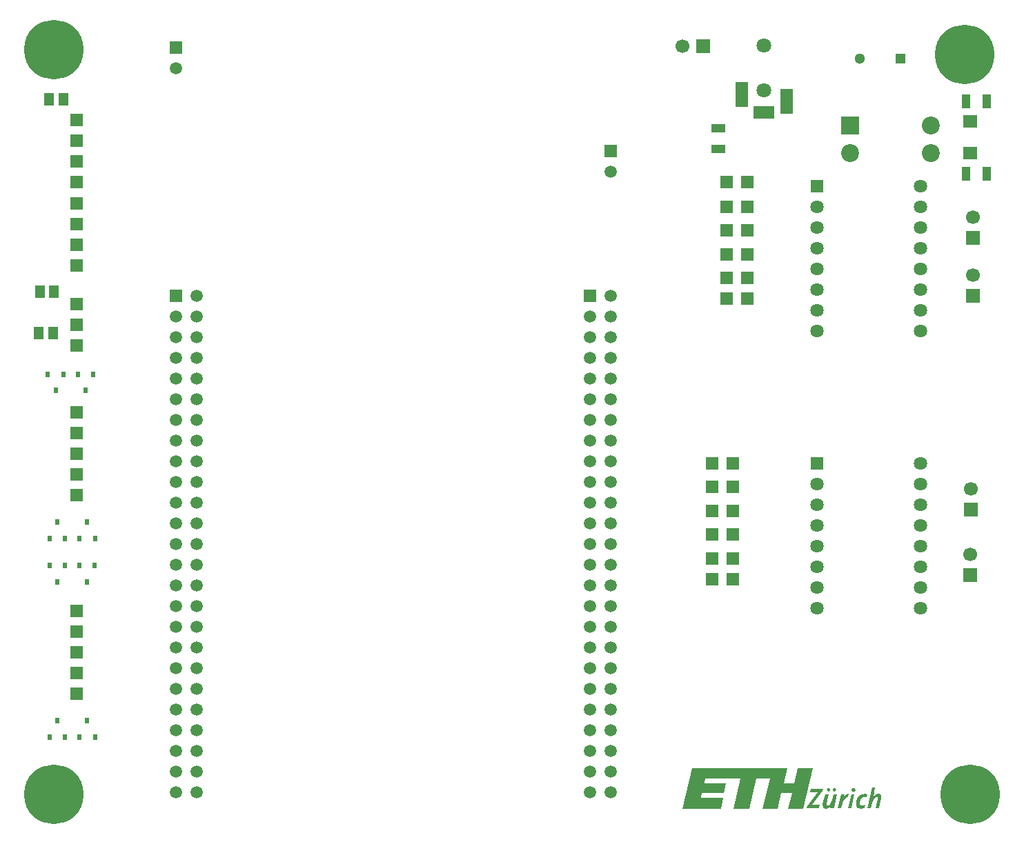
<source format=gts>
G04*
G04 #@! TF.GenerationSoftware,Altium Limited,Altium Designer,24.6.1 (21)*
G04*
G04 Layer_Color=8388736*
%FSLAX44Y44*%
%MOMM*%
G71*
G04*
G04 #@! TF.SameCoordinates,42639B8C-B182-42FF-980A-ED1702294046*
G04*
G04*
G04 #@! TF.FilePolarity,Negative*
G04*
G01*
G75*
%ADD17R,1.8062X1.5544*%
%ADD18R,1.1055X1.6582*%
%ADD19R,1.6582X1.1055*%
%ADD21C,1.9000*%
%ADD22C,0.4500*%
%ADD23C,0.5000*%
%ADD24R,0.6000X0.7000*%
%ADD25R,1.2500X1.5500*%
%ADD26C,1.6300*%
%ADD27R,1.6300X1.6300*%
%ADD28C,1.3000*%
%ADD29R,2.2000X2.2000*%
%ADD30C,2.2000*%
%ADD31R,2.6000X1.6000*%
%ADD32R,1.7000X1.7000*%
%ADD33C,1.7000*%
%ADD34R,1.7000X1.7000*%
%ADD35R,1.3000X1.3000*%
%ADD36C,7.3000*%
%ADD37R,1.6000X1.6000*%
%ADD38R,1.6000X1.6000*%
%ADD39R,1.6000X3.1000*%
%ADD40C,1.5080*%
%ADD41C,1.8000*%
%ADD42R,1.5080X1.5080*%
G36*
X969940Y33020D02*
X951490D01*
X955990Y52195D01*
X943190D01*
X938690Y33020D01*
X920240D01*
X928915Y70020D01*
X912440D01*
X903740Y33020D01*
X884190D01*
X892915Y70020D01*
X849915D01*
X848515Y64120D01*
X875090D01*
X872265Y52120D01*
X845715D01*
X844290Y46020D01*
X872040D01*
X868990Y33020D01*
X821690D01*
X833440Y83020D01*
X950415D01*
X946015Y64195D01*
X958815D01*
X963240Y83020D01*
X981690D01*
X969940Y33020D01*
D02*
G37*
G36*
X1007790Y33420D02*
X1003190D01*
X1003890Y36620D01*
X1002740Y35270D01*
X1001690Y34220D01*
X1000290Y33420D01*
X998690Y33020D01*
X997090D01*
X996290Y33220D01*
X995290Y33820D01*
X994490Y34620D01*
X994090Y35820D01*
X993890Y37220D01*
X993965Y38720D01*
X994690Y42020D01*
X996615Y50870D01*
X1001065D01*
X998490Y39320D01*
X998390Y38620D01*
Y37820D01*
X998490Y37220D01*
X998890Y36820D01*
X999490Y36620D01*
X1000090D01*
X1000890Y37020D01*
X1001690Y37570D01*
X1002690Y38620D01*
X1003690Y40220D01*
X1004690Y42020D01*
X1005540Y44045D01*
X1007040Y50870D01*
X1011665D01*
X1007790Y33420D01*
D02*
G37*
G36*
X993765Y54420D02*
X980840Y37570D01*
X990015D01*
X989090Y33420D01*
X973990D01*
X974565Y36095D01*
X987440Y52870D01*
X978290D01*
X979215Y57020D01*
X994340D01*
X993765Y54420D01*
D02*
G37*
G36*
X1025690Y51020D02*
X1024765Y46845D01*
X1024090Y47020D01*
X1023590D01*
X1022890Y46720D01*
X1022190Y46220D01*
X1021340Y45370D01*
X1020090Y43720D01*
X1019190Y42020D01*
X1018090Y39320D01*
X1017140Y36245D01*
X1016515Y33420D01*
X1012415D01*
X1016290Y50870D01*
X1020390D01*
X1019315Y46020D01*
X1020090Y47620D01*
X1020890Y48820D01*
X1021590Y49520D01*
X1022390Y50220D01*
X1022990Y50620D01*
X1023890Y51020D01*
X1024490Y51120D01*
X1025090D01*
X1025690Y51020D01*
D02*
G37*
G36*
X1028990Y33420D02*
X1024890D01*
X1028765Y50870D01*
X1032865D01*
X1028990Y33420D01*
D02*
G37*
G36*
X1047690Y50870D02*
X1048590Y50545D01*
X1047790Y46920D01*
X1047090Y47120D01*
X1046590Y47220D01*
X1045490Y47320D01*
X1044290D01*
X1043490Y47220D01*
X1042690Y46920D01*
X1041890Y46420D01*
X1040990Y45320D01*
X1040390Y44420D01*
X1039890Y43320D01*
X1039490Y42020D01*
X1039290Y40720D01*
Y39820D01*
X1039390Y39120D01*
X1039590Y38420D01*
X1039890Y37820D01*
X1040290Y37420D01*
X1040990Y37020D01*
X1041790Y36820D01*
X1042490D01*
X1043490Y36920D01*
X1044790Y37220D01*
X1045715Y37545D01*
X1045290Y33620D01*
X1044815Y33495D01*
X1043690Y33220D01*
X1041890Y33020D01*
X1040890D01*
X1038890Y33220D01*
X1037990Y33420D01*
X1037090Y33820D01*
X1036290Y34420D01*
X1035690Y35220D01*
X1035190Y36220D01*
X1034890Y37220D01*
X1034690Y38720D01*
Y40420D01*
X1034890Y41720D01*
X1035190Y43020D01*
X1035690Y44420D01*
X1036190Y45620D01*
X1036890Y46820D01*
X1037690Y47820D01*
X1038490Y48620D01*
X1039790Y49620D01*
X1041390Y50420D01*
X1043290Y50870D01*
X1045090Y51020D01*
X1046690D01*
X1047690Y50870D01*
D02*
G37*
G36*
X1055840Y47670D02*
X1056990Y49020D01*
X1058040Y50070D01*
X1059440Y50870D01*
X1061040Y51270D01*
X1062640D01*
X1063440Y51070D01*
X1064440Y50470D01*
X1065240Y49670D01*
X1065640Y48470D01*
X1065840Y47070D01*
X1065765Y45570D01*
X1065040Y42270D01*
X1063115Y33420D01*
X1058665D01*
X1061240Y44970D01*
X1061340Y45670D01*
Y46470D01*
X1061240Y47070D01*
X1060840Y47470D01*
X1060240Y47670D01*
X1059640D01*
X1058840Y47270D01*
X1058040Y46720D01*
X1057040Y45670D01*
X1056040Y44070D01*
X1055040Y42270D01*
X1054190Y40245D01*
X1052690Y33420D01*
X1048590D01*
X1054265Y59045D01*
X1058365D01*
X1055840Y47670D01*
D02*
G37*
D17*
X1174750Y837991D02*
D03*
Y876509D02*
D03*
D18*
X1169670Y812800D02*
D03*
X1195197D02*
D03*
X1195134Y901700D02*
D03*
X1169606D02*
D03*
D19*
X866140Y868744D02*
D03*
Y843216D02*
D03*
D21*
X1177900Y958850D02*
G03*
X1177900Y958850I-9500J0D01*
G01*
X60300Y965200D02*
G03*
X60300Y965200I-9500J0D01*
G01*
Y50800D02*
G03*
X60300Y50800I-9500J0D01*
G01*
X1184250D02*
G03*
X1184250Y50800I-9500J0D01*
G01*
D22*
X1001100Y56170D02*
G03*
X1001100Y56170I-10J0D01*
G01*
X1008250D02*
G03*
X1008250Y56170I-10J0D01*
G01*
D23*
X1031675Y55895D02*
G03*
X1031675Y55895I-10J0D01*
G01*
D24*
X54610Y140810D02*
D03*
X64110Y120810D02*
D03*
X45110D02*
D03*
X91440Y384650D02*
D03*
X100940Y364650D02*
D03*
X81940D02*
D03*
X54610Y384650D02*
D03*
X64110Y364650D02*
D03*
X45110D02*
D03*
X89560Y546420D02*
D03*
X80060Y566420D02*
D03*
X99060D02*
D03*
X52680Y546420D02*
D03*
X43180Y566420D02*
D03*
X62180D02*
D03*
X90830Y311470D02*
D03*
X81330Y331470D02*
D03*
X100330D02*
D03*
X54610Y311310D02*
D03*
X45110Y331310D02*
D03*
X64110D02*
D03*
X91440Y140810D02*
D03*
X100940Y120810D02*
D03*
X81940D02*
D03*
D25*
X50660Y668020D02*
D03*
X33160D02*
D03*
X44590Y904240D02*
D03*
X62090D02*
D03*
X32030Y617220D02*
D03*
X49530D02*
D03*
D26*
X1113790Y746760D02*
D03*
Y721360D02*
D03*
Y670560D02*
D03*
Y695960D02*
D03*
Y772160D02*
D03*
Y645160D02*
D03*
Y619760D02*
D03*
X986790D02*
D03*
Y645160D02*
D03*
Y670560D02*
D03*
Y695960D02*
D03*
Y721360D02*
D03*
Y746760D02*
D03*
Y772160D02*
D03*
X1113790Y797560D02*
D03*
Y457200D02*
D03*
X986790Y431800D02*
D03*
Y406400D02*
D03*
Y381000D02*
D03*
Y355600D02*
D03*
Y330200D02*
D03*
Y304800D02*
D03*
Y279400D02*
D03*
X1113790D02*
D03*
Y304800D02*
D03*
Y431800D02*
D03*
Y355600D02*
D03*
Y330200D02*
D03*
Y381000D02*
D03*
Y406400D02*
D03*
D27*
X986790Y797560D02*
D03*
Y457200D02*
D03*
D28*
X1039260Y953770D02*
D03*
D29*
X1027460Y871710D02*
D03*
D30*
Y837710D02*
D03*
X1126460D02*
D03*
Y871710D02*
D03*
D31*
X922020Y887880D02*
D03*
D32*
X847090Y969010D02*
D03*
D33*
X1178560Y759460D02*
D03*
X821690Y969010D02*
D03*
X1178560Y688340D02*
D03*
X1174750Y345440D02*
D03*
X1176020Y425450D02*
D03*
D34*
X1178560Y734060D02*
D03*
Y662940D02*
D03*
X1174750Y320040D02*
D03*
X1176020Y400050D02*
D03*
D35*
X1089260Y953770D02*
D03*
D36*
X1168400Y958850D02*
D03*
X50800Y965200D02*
D03*
Y50800D02*
D03*
X1174750D02*
D03*
D37*
X78739Y468631D02*
D03*
Y494031D02*
D03*
Y443231D02*
D03*
Y750571D02*
D03*
Y519431D02*
D03*
Y878841D02*
D03*
Y853441D02*
D03*
Y828041D02*
D03*
X78740Y802640D02*
D03*
X78739Y725171D02*
D03*
Y627381D02*
D03*
X78740Y652780D02*
D03*
X78739Y275591D02*
D03*
X78740Y250190D02*
D03*
Y224790D02*
D03*
Y199390D02*
D03*
D38*
Y417830D02*
D03*
X78741Y173991D02*
D03*
X78740Y601980D02*
D03*
Y699770D02*
D03*
Y775970D02*
D03*
X876301Y742951D02*
D03*
X901700Y742950D02*
D03*
Y772160D02*
D03*
X876301Y659131D02*
D03*
X901701D02*
D03*
X876301Y684531D02*
D03*
X901701D02*
D03*
X876300Y802640D02*
D03*
X901700D02*
D03*
X876301Y713741D02*
D03*
X901700Y713740D02*
D03*
X858520Y369570D02*
D03*
X883921Y369571D02*
D03*
X858521Y398781D02*
D03*
X883921D02*
D03*
X858521Y427991D02*
D03*
X883920Y427990D02*
D03*
X858521Y314961D02*
D03*
X883921D02*
D03*
X858521Y340361D02*
D03*
X883920Y340360D02*
D03*
X858520Y457200D02*
D03*
X883920D02*
D03*
X876301Y772161D02*
D03*
D39*
X894520Y909880D02*
D03*
X949520Y901880D02*
D03*
D40*
X226060Y408940D02*
D03*
X200660Y535940D02*
D03*
Y408940D02*
D03*
X226060Y383540D02*
D03*
X708660Y535940D02*
D03*
X734060D02*
D03*
X708660Y408940D02*
D03*
X734060D02*
D03*
X708660Y383540D02*
D03*
X734060Y358140D02*
D03*
X708660Y205740D02*
D03*
X734060Y180340D02*
D03*
X200660Y561340D02*
D03*
X226060Y510540D02*
D03*
Y662940D02*
D03*
X200660Y637540D02*
D03*
X226060D02*
D03*
X200660Y612140D02*
D03*
X226060D02*
D03*
X200660Y586740D02*
D03*
X226060D02*
D03*
Y561340D02*
D03*
Y535940D02*
D03*
X200660Y510540D02*
D03*
Y485140D02*
D03*
X226060D02*
D03*
X200660Y459740D02*
D03*
X226060D02*
D03*
X200660Y434340D02*
D03*
X226060D02*
D03*
X200660Y383540D02*
D03*
Y358140D02*
D03*
X226060D02*
D03*
X200660Y332740D02*
D03*
X226060D02*
D03*
X200660Y307340D02*
D03*
X226060D02*
D03*
X200660Y281940D02*
D03*
X226060D02*
D03*
X200660Y256540D02*
D03*
X226060D02*
D03*
X200660Y231140D02*
D03*
X226060D02*
D03*
X200660Y205740D02*
D03*
X226060D02*
D03*
X200660Y180340D02*
D03*
X226060D02*
D03*
X200660Y154940D02*
D03*
X226060D02*
D03*
X200660Y129540D02*
D03*
X226060D02*
D03*
X200660Y104140D02*
D03*
X226060D02*
D03*
X200660Y78740D02*
D03*
X226060D02*
D03*
X200660Y53340D02*
D03*
X226060D02*
D03*
X734060Y662940D02*
D03*
X708660Y637540D02*
D03*
X734060D02*
D03*
X708660Y612140D02*
D03*
X734060D02*
D03*
X708660Y586740D02*
D03*
X734060D02*
D03*
X708660Y561340D02*
D03*
X734060D02*
D03*
X708660Y510540D02*
D03*
X734060D02*
D03*
X708660Y485140D02*
D03*
X734060D02*
D03*
X708660Y459740D02*
D03*
X734060D02*
D03*
X708660Y434340D02*
D03*
X734060D02*
D03*
Y383540D02*
D03*
X708660Y358140D02*
D03*
Y332740D02*
D03*
X734060D02*
D03*
X708660Y307340D02*
D03*
X734060D02*
D03*
X708660Y281940D02*
D03*
X734060D02*
D03*
X708660Y256540D02*
D03*
X734060D02*
D03*
X708660Y231140D02*
D03*
X734060D02*
D03*
Y205740D02*
D03*
X708660Y180340D02*
D03*
Y154940D02*
D03*
X734060D02*
D03*
X708660Y129540D02*
D03*
X734060D02*
D03*
X708660Y104140D02*
D03*
X734060D02*
D03*
X708660Y78740D02*
D03*
X734060D02*
D03*
X708660Y53340D02*
D03*
X734060D02*
D03*
X200660Y942340D02*
D03*
X734060Y815340D02*
D03*
D41*
X922020Y969880D02*
D03*
Y914880D02*
D03*
D42*
X200660Y662940D02*
D03*
X708660D02*
D03*
X200660Y967740D02*
D03*
X734060Y840740D02*
D03*
M02*

</source>
